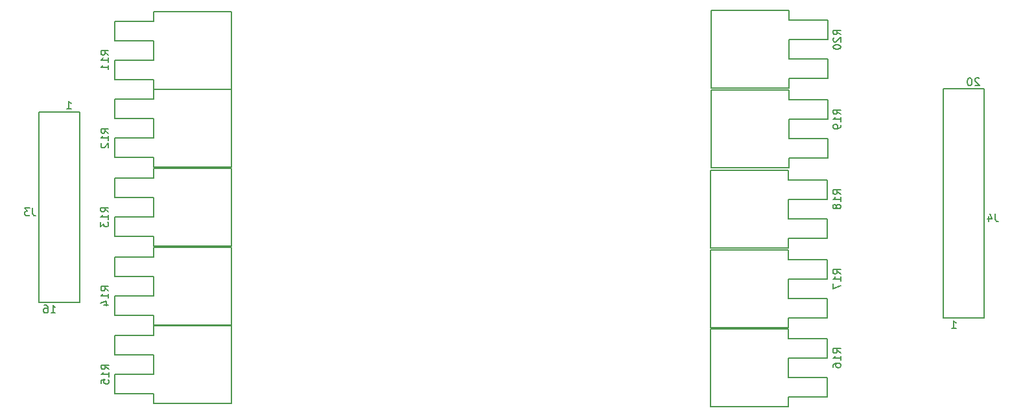
<source format=gbo>
G04 #@! TF.GenerationSoftware,KiCad,Pcbnew,5.0.2-bee76a0~70~ubuntu16.04.1*
G04 #@! TF.CreationDate,2019-04-22T00:31:27-04:00*
G04 #@! TF.ProjectId,BMS_peripheral,424d535f-7065-4726-9970-686572616c2e,rev?*
G04 #@! TF.SameCoordinates,Original*
G04 #@! TF.FileFunction,Legend,Bot*
G04 #@! TF.FilePolarity,Positive*
%FSLAX46Y46*%
G04 Gerber Fmt 4.6, Leading zero omitted, Abs format (unit mm)*
G04 Created by KiCad (PCBNEW 5.0.2-bee76a0~70~ubuntu16.04.1) date Mon 22 Apr 2019 12:31:27 AM EDT*
%MOMM*%
%LPD*%
G01*
G04 APERTURE LIST*
%ADD10C,0.150000*%
G04 APERTURE END LIST*
D10*
G04 #@! TO.C,J3*
X81678000Y-60852000D02*
X81678000Y-35922000D01*
X86978000Y-60852000D02*
X86978000Y-35922000D01*
X86978000Y-35922000D02*
X81678000Y-35922000D01*
X86978000Y-60852000D02*
X81678000Y-60852000D01*
G04 #@! TO.C,J4*
X199788000Y-32874000D02*
X205088000Y-32874000D01*
X199788000Y-62884000D02*
X205088000Y-62884000D01*
X199788000Y-32874000D02*
X199788000Y-62884000D01*
X205088000Y-32874000D02*
X205088000Y-62884000D01*
G04 #@! TO.C,R11*
X91592400Y-29108400D02*
X91592400Y-31648400D01*
X91592400Y-31648400D02*
X96672400Y-31648400D01*
X96672400Y-31648400D02*
X96672400Y-32918400D01*
X96672400Y-32918400D02*
X106832400Y-32918400D01*
X106832400Y-32918400D02*
X106832400Y-22758400D01*
X106832400Y-22758400D02*
X96672400Y-22758400D01*
X96672400Y-22758400D02*
X96672400Y-24028400D01*
X96672400Y-24028400D02*
X91592400Y-24028400D01*
X91592400Y-24028400D02*
X91592400Y-26568400D01*
X91592400Y-26568400D02*
X96672400Y-26568400D01*
X96672400Y-26568400D02*
X96672400Y-29108400D01*
X96672400Y-29108400D02*
X91592400Y-29108400D01*
G04 #@! TO.C,R12*
X96672400Y-39319200D02*
X91592400Y-39319200D01*
X96672400Y-36779200D02*
X96672400Y-39319200D01*
X91592400Y-36779200D02*
X96672400Y-36779200D01*
X91592400Y-34239200D02*
X91592400Y-36779200D01*
X96672400Y-34239200D02*
X91592400Y-34239200D01*
X96672400Y-32969200D02*
X96672400Y-34239200D01*
X106832400Y-32969200D02*
X96672400Y-32969200D01*
X106832400Y-43129200D02*
X106832400Y-32969200D01*
X96672400Y-43129200D02*
X106832400Y-43129200D01*
X96672400Y-41859200D02*
X96672400Y-43129200D01*
X91592400Y-41859200D02*
X96672400Y-41859200D01*
X91592400Y-39319200D02*
X91592400Y-41859200D01*
G04 #@! TO.C,R13*
X96647000Y-49631600D02*
X91567000Y-49631600D01*
X96647000Y-47091600D02*
X96647000Y-49631600D01*
X91567000Y-47091600D02*
X96647000Y-47091600D01*
X91567000Y-44551600D02*
X91567000Y-47091600D01*
X96647000Y-44551600D02*
X91567000Y-44551600D01*
X96647000Y-43281600D02*
X96647000Y-44551600D01*
X106807000Y-43281600D02*
X96647000Y-43281600D01*
X106807000Y-53441600D02*
X106807000Y-43281600D01*
X96647000Y-53441600D02*
X106807000Y-53441600D01*
X96647000Y-52171600D02*
X96647000Y-53441600D01*
X91567000Y-52171600D02*
X96647000Y-52171600D01*
X91567000Y-49631600D02*
X91567000Y-52171600D01*
G04 #@! TO.C,R14*
X91592400Y-59944000D02*
X91592400Y-62484000D01*
X91592400Y-62484000D02*
X96672400Y-62484000D01*
X96672400Y-62484000D02*
X96672400Y-63754000D01*
X96672400Y-63754000D02*
X106832400Y-63754000D01*
X106832400Y-63754000D02*
X106832400Y-53594000D01*
X106832400Y-53594000D02*
X96672400Y-53594000D01*
X96672400Y-53594000D02*
X96672400Y-54864000D01*
X96672400Y-54864000D02*
X91592400Y-54864000D01*
X91592400Y-54864000D02*
X91592400Y-57404000D01*
X91592400Y-57404000D02*
X96672400Y-57404000D01*
X96672400Y-57404000D02*
X96672400Y-59944000D01*
X96672400Y-59944000D02*
X91592400Y-59944000D01*
G04 #@! TO.C,R15*
X96697800Y-70205600D02*
X91617800Y-70205600D01*
X96697800Y-67665600D02*
X96697800Y-70205600D01*
X91617800Y-67665600D02*
X96697800Y-67665600D01*
X91617800Y-65125600D02*
X91617800Y-67665600D01*
X96697800Y-65125600D02*
X91617800Y-65125600D01*
X96697800Y-63855600D02*
X96697800Y-65125600D01*
X106857800Y-63855600D02*
X96697800Y-63855600D01*
X106857800Y-74015600D02*
X106857800Y-63855600D01*
X96697800Y-74015600D02*
X106857800Y-74015600D01*
X96697800Y-72745600D02*
X96697800Y-74015600D01*
X91617800Y-72745600D02*
X96697800Y-72745600D01*
X91617800Y-70205600D02*
X91617800Y-72745600D01*
G04 #@! TO.C,R16*
X179578000Y-68072000D02*
X184658000Y-68072000D01*
X179578000Y-70612000D02*
X179578000Y-68072000D01*
X184658000Y-70612000D02*
X179578000Y-70612000D01*
X184658000Y-73152000D02*
X184658000Y-70612000D01*
X179578000Y-73152000D02*
X184658000Y-73152000D01*
X179578000Y-74422000D02*
X179578000Y-73152000D01*
X169418000Y-74422000D02*
X179578000Y-74422000D01*
X169418000Y-64262000D02*
X169418000Y-74422000D01*
X179578000Y-64262000D02*
X169418000Y-64262000D01*
X179578000Y-65532000D02*
X179578000Y-64262000D01*
X184658000Y-65532000D02*
X179578000Y-65532000D01*
X184658000Y-68072000D02*
X184658000Y-65532000D01*
G04 #@! TO.C,R17*
X184658000Y-57721500D02*
X184658000Y-55181500D01*
X184658000Y-55181500D02*
X179578000Y-55181500D01*
X179578000Y-55181500D02*
X179578000Y-53911500D01*
X179578000Y-53911500D02*
X169418000Y-53911500D01*
X169418000Y-53911500D02*
X169418000Y-64071500D01*
X169418000Y-64071500D02*
X179578000Y-64071500D01*
X179578000Y-64071500D02*
X179578000Y-62801500D01*
X179578000Y-62801500D02*
X184658000Y-62801500D01*
X184658000Y-62801500D02*
X184658000Y-60261500D01*
X184658000Y-60261500D02*
X179578000Y-60261500D01*
X179578000Y-60261500D02*
X179578000Y-57721500D01*
X179578000Y-57721500D02*
X184658000Y-57721500D01*
G04 #@! TO.C,R18*
X184658000Y-47307500D02*
X184658000Y-44767500D01*
X184658000Y-44767500D02*
X179578000Y-44767500D01*
X179578000Y-44767500D02*
X179578000Y-43497500D01*
X179578000Y-43497500D02*
X169418000Y-43497500D01*
X169418000Y-43497500D02*
X169418000Y-53657500D01*
X169418000Y-53657500D02*
X179578000Y-53657500D01*
X179578000Y-53657500D02*
X179578000Y-52387500D01*
X179578000Y-52387500D02*
X184658000Y-52387500D01*
X184658000Y-52387500D02*
X184658000Y-49847500D01*
X184658000Y-49847500D02*
X179578000Y-49847500D01*
X179578000Y-49847500D02*
X179578000Y-47307500D01*
X179578000Y-47307500D02*
X184658000Y-47307500D01*
G04 #@! TO.C,R19*
X184683400Y-36855400D02*
X184683400Y-34315400D01*
X184683400Y-34315400D02*
X179603400Y-34315400D01*
X179603400Y-34315400D02*
X179603400Y-33045400D01*
X179603400Y-33045400D02*
X169443400Y-33045400D01*
X169443400Y-33045400D02*
X169443400Y-43205400D01*
X169443400Y-43205400D02*
X179603400Y-43205400D01*
X179603400Y-43205400D02*
X179603400Y-41935400D01*
X179603400Y-41935400D02*
X184683400Y-41935400D01*
X184683400Y-41935400D02*
X184683400Y-39395400D01*
X184683400Y-39395400D02*
X179603400Y-39395400D01*
X179603400Y-39395400D02*
X179603400Y-36855400D01*
X179603400Y-36855400D02*
X184683400Y-36855400D01*
G04 #@! TO.C,R20*
X184683400Y-26441400D02*
X184683400Y-23901400D01*
X184683400Y-23901400D02*
X179603400Y-23901400D01*
X179603400Y-23901400D02*
X179603400Y-22631400D01*
X179603400Y-22631400D02*
X169443400Y-22631400D01*
X169443400Y-22631400D02*
X169443400Y-32791400D01*
X169443400Y-32791400D02*
X179603400Y-32791400D01*
X179603400Y-32791400D02*
X179603400Y-31521400D01*
X179603400Y-31521400D02*
X184683400Y-31521400D01*
X184683400Y-31521400D02*
X184683400Y-28981400D01*
X184683400Y-28981400D02*
X179603400Y-28981400D01*
X179603400Y-28981400D02*
X179603400Y-26441400D01*
X179603400Y-26441400D02*
X184683400Y-26441400D01*
G04 #@! TO.C,J3*
X80851333Y-48474380D02*
X80851333Y-49188666D01*
X80898952Y-49331523D01*
X80994190Y-49426761D01*
X81137047Y-49474380D01*
X81232285Y-49474380D01*
X80470380Y-48474380D02*
X79851333Y-48474380D01*
X80184666Y-48855333D01*
X80041809Y-48855333D01*
X79946571Y-48902952D01*
X79898952Y-48950571D01*
X79851333Y-49045809D01*
X79851333Y-49283904D01*
X79898952Y-49379142D01*
X79946571Y-49426761D01*
X80041809Y-49474380D01*
X80327523Y-49474380D01*
X80422761Y-49426761D01*
X80470380Y-49379142D01*
X85312285Y-35504380D02*
X85883714Y-35504380D01*
X85598000Y-35504380D02*
X85598000Y-34504380D01*
X85693238Y-34647238D01*
X85788476Y-34742476D01*
X85883714Y-34790095D01*
X83248476Y-62174380D02*
X83819904Y-62174380D01*
X83534190Y-62174380D02*
X83534190Y-61174380D01*
X83629428Y-61317238D01*
X83724666Y-61412476D01*
X83819904Y-61460095D01*
X82391333Y-61174380D02*
X82581809Y-61174380D01*
X82677047Y-61222000D01*
X82724666Y-61269619D01*
X82819904Y-61412476D01*
X82867523Y-61602952D01*
X82867523Y-61983904D01*
X82819904Y-62079142D01*
X82772285Y-62126761D01*
X82677047Y-62174380D01*
X82486571Y-62174380D01*
X82391333Y-62126761D01*
X82343714Y-62079142D01*
X82296095Y-61983904D01*
X82296095Y-61745809D01*
X82343714Y-61650571D01*
X82391333Y-61602952D01*
X82486571Y-61555333D01*
X82677047Y-61555333D01*
X82772285Y-61602952D01*
X82819904Y-61650571D01*
X82867523Y-61745809D01*
G04 #@! TO.C,J4*
X206581333Y-49236380D02*
X206581333Y-49950666D01*
X206628952Y-50093523D01*
X206724190Y-50188761D01*
X206867047Y-50236380D01*
X206962285Y-50236380D01*
X205676571Y-49569714D02*
X205676571Y-50236380D01*
X205914666Y-49188761D02*
X206152761Y-49903047D01*
X205533714Y-49903047D01*
X204469904Y-31551619D02*
X204422285Y-31504000D01*
X204327047Y-31456380D01*
X204088952Y-31456380D01*
X203993714Y-31504000D01*
X203946095Y-31551619D01*
X203898476Y-31646857D01*
X203898476Y-31742095D01*
X203946095Y-31884952D01*
X204517523Y-32456380D01*
X203898476Y-32456380D01*
X203279428Y-31456380D02*
X203184190Y-31456380D01*
X203088952Y-31504000D01*
X203041333Y-31551619D01*
X202993714Y-31646857D01*
X202946095Y-31837333D01*
X202946095Y-32075428D01*
X202993714Y-32265904D01*
X203041333Y-32361142D01*
X203088952Y-32408761D01*
X203184190Y-32456380D01*
X203279428Y-32456380D01*
X203374666Y-32408761D01*
X203422285Y-32361142D01*
X203469904Y-32265904D01*
X203517523Y-32075428D01*
X203517523Y-31837333D01*
X203469904Y-31646857D01*
X203422285Y-31551619D01*
X203374666Y-31504000D01*
X203279428Y-31456380D01*
X200882285Y-64206380D02*
X201453714Y-64206380D01*
X201168000Y-64206380D02*
X201168000Y-63206380D01*
X201263238Y-63349238D01*
X201358476Y-63444476D01*
X201453714Y-63492095D01*
G04 #@! TO.C,R11*
X90774780Y-28465542D02*
X90298590Y-28132209D01*
X90774780Y-27894114D02*
X89774780Y-27894114D01*
X89774780Y-28275066D01*
X89822400Y-28370304D01*
X89870019Y-28417923D01*
X89965257Y-28465542D01*
X90108114Y-28465542D01*
X90203352Y-28417923D01*
X90250971Y-28370304D01*
X90298590Y-28275066D01*
X90298590Y-27894114D01*
X90774780Y-29417923D02*
X90774780Y-28846495D01*
X90774780Y-29132209D02*
X89774780Y-29132209D01*
X89917638Y-29036971D01*
X90012876Y-28941733D01*
X90060495Y-28846495D01*
X90774780Y-30370304D02*
X90774780Y-29798876D01*
X90774780Y-30084590D02*
X89774780Y-30084590D01*
X89917638Y-29989352D01*
X90012876Y-29894114D01*
X90060495Y-29798876D01*
G04 #@! TO.C,R12*
X90774780Y-38676342D02*
X90298590Y-38343009D01*
X90774780Y-38104914D02*
X89774780Y-38104914D01*
X89774780Y-38485866D01*
X89822400Y-38581104D01*
X89870019Y-38628723D01*
X89965257Y-38676342D01*
X90108114Y-38676342D01*
X90203352Y-38628723D01*
X90250971Y-38581104D01*
X90298590Y-38485866D01*
X90298590Y-38104914D01*
X90774780Y-39628723D02*
X90774780Y-39057295D01*
X90774780Y-39343009D02*
X89774780Y-39343009D01*
X89917638Y-39247771D01*
X90012876Y-39152533D01*
X90060495Y-39057295D01*
X89870019Y-40009676D02*
X89822400Y-40057295D01*
X89774780Y-40152533D01*
X89774780Y-40390628D01*
X89822400Y-40485866D01*
X89870019Y-40533485D01*
X89965257Y-40581104D01*
X90060495Y-40581104D01*
X90203352Y-40533485D01*
X90774780Y-39962057D01*
X90774780Y-40581104D01*
G04 #@! TO.C,R13*
X90749380Y-48988742D02*
X90273190Y-48655409D01*
X90749380Y-48417314D02*
X89749380Y-48417314D01*
X89749380Y-48798266D01*
X89797000Y-48893504D01*
X89844619Y-48941123D01*
X89939857Y-48988742D01*
X90082714Y-48988742D01*
X90177952Y-48941123D01*
X90225571Y-48893504D01*
X90273190Y-48798266D01*
X90273190Y-48417314D01*
X90749380Y-49941123D02*
X90749380Y-49369695D01*
X90749380Y-49655409D02*
X89749380Y-49655409D01*
X89892238Y-49560171D01*
X89987476Y-49464933D01*
X90035095Y-49369695D01*
X89749380Y-50274457D02*
X89749380Y-50893504D01*
X90130333Y-50560171D01*
X90130333Y-50703028D01*
X90177952Y-50798266D01*
X90225571Y-50845885D01*
X90320809Y-50893504D01*
X90558904Y-50893504D01*
X90654142Y-50845885D01*
X90701761Y-50798266D01*
X90749380Y-50703028D01*
X90749380Y-50417314D01*
X90701761Y-50322076D01*
X90654142Y-50274457D01*
G04 #@! TO.C,R14*
X90774780Y-59301142D02*
X90298590Y-58967809D01*
X90774780Y-58729714D02*
X89774780Y-58729714D01*
X89774780Y-59110666D01*
X89822400Y-59205904D01*
X89870019Y-59253523D01*
X89965257Y-59301142D01*
X90108114Y-59301142D01*
X90203352Y-59253523D01*
X90250971Y-59205904D01*
X90298590Y-59110666D01*
X90298590Y-58729714D01*
X90774780Y-60253523D02*
X90774780Y-59682095D01*
X90774780Y-59967809D02*
X89774780Y-59967809D01*
X89917638Y-59872571D01*
X90012876Y-59777333D01*
X90060495Y-59682095D01*
X90108114Y-61110666D02*
X90774780Y-61110666D01*
X89727161Y-60872571D02*
X90441447Y-60634476D01*
X90441447Y-61253523D01*
G04 #@! TO.C,R15*
X90800180Y-69562742D02*
X90323990Y-69229409D01*
X90800180Y-68991314D02*
X89800180Y-68991314D01*
X89800180Y-69372266D01*
X89847800Y-69467504D01*
X89895419Y-69515123D01*
X89990657Y-69562742D01*
X90133514Y-69562742D01*
X90228752Y-69515123D01*
X90276371Y-69467504D01*
X90323990Y-69372266D01*
X90323990Y-68991314D01*
X90800180Y-70515123D02*
X90800180Y-69943695D01*
X90800180Y-70229409D02*
X89800180Y-70229409D01*
X89943038Y-70134171D01*
X90038276Y-70038933D01*
X90085895Y-69943695D01*
X89800180Y-71419885D02*
X89800180Y-70943695D01*
X90276371Y-70896076D01*
X90228752Y-70943695D01*
X90181133Y-71038933D01*
X90181133Y-71277028D01*
X90228752Y-71372266D01*
X90276371Y-71419885D01*
X90371609Y-71467504D01*
X90609704Y-71467504D01*
X90704942Y-71419885D01*
X90752561Y-71372266D01*
X90800180Y-71277028D01*
X90800180Y-71038933D01*
X90752561Y-70943695D01*
X90704942Y-70896076D01*
G04 #@! TO.C,R16*
X186380380Y-67429142D02*
X185904190Y-67095809D01*
X186380380Y-66857714D02*
X185380380Y-66857714D01*
X185380380Y-67238666D01*
X185428000Y-67333904D01*
X185475619Y-67381523D01*
X185570857Y-67429142D01*
X185713714Y-67429142D01*
X185808952Y-67381523D01*
X185856571Y-67333904D01*
X185904190Y-67238666D01*
X185904190Y-66857714D01*
X186380380Y-68381523D02*
X186380380Y-67810095D01*
X186380380Y-68095809D02*
X185380380Y-68095809D01*
X185523238Y-68000571D01*
X185618476Y-67905333D01*
X185666095Y-67810095D01*
X185380380Y-69238666D02*
X185380380Y-69048190D01*
X185428000Y-68952952D01*
X185475619Y-68905333D01*
X185618476Y-68810095D01*
X185808952Y-68762476D01*
X186189904Y-68762476D01*
X186285142Y-68810095D01*
X186332761Y-68857714D01*
X186380380Y-68952952D01*
X186380380Y-69143428D01*
X186332761Y-69238666D01*
X186285142Y-69286285D01*
X186189904Y-69333904D01*
X185951809Y-69333904D01*
X185856571Y-69286285D01*
X185808952Y-69238666D01*
X185761333Y-69143428D01*
X185761333Y-68952952D01*
X185808952Y-68857714D01*
X185856571Y-68810095D01*
X185951809Y-68762476D01*
G04 #@! TO.C,R17*
X186380380Y-57078642D02*
X185904190Y-56745309D01*
X186380380Y-56507214D02*
X185380380Y-56507214D01*
X185380380Y-56888166D01*
X185428000Y-56983404D01*
X185475619Y-57031023D01*
X185570857Y-57078642D01*
X185713714Y-57078642D01*
X185808952Y-57031023D01*
X185856571Y-56983404D01*
X185904190Y-56888166D01*
X185904190Y-56507214D01*
X186380380Y-58031023D02*
X186380380Y-57459595D01*
X186380380Y-57745309D02*
X185380380Y-57745309D01*
X185523238Y-57650071D01*
X185618476Y-57554833D01*
X185666095Y-57459595D01*
X185380380Y-58364357D02*
X185380380Y-59031023D01*
X186380380Y-58602452D01*
G04 #@! TO.C,R18*
X186380380Y-46664642D02*
X185904190Y-46331309D01*
X186380380Y-46093214D02*
X185380380Y-46093214D01*
X185380380Y-46474166D01*
X185428000Y-46569404D01*
X185475619Y-46617023D01*
X185570857Y-46664642D01*
X185713714Y-46664642D01*
X185808952Y-46617023D01*
X185856571Y-46569404D01*
X185904190Y-46474166D01*
X185904190Y-46093214D01*
X186380380Y-47617023D02*
X186380380Y-47045595D01*
X186380380Y-47331309D02*
X185380380Y-47331309D01*
X185523238Y-47236071D01*
X185618476Y-47140833D01*
X185666095Y-47045595D01*
X185808952Y-48188452D02*
X185761333Y-48093214D01*
X185713714Y-48045595D01*
X185618476Y-47997976D01*
X185570857Y-47997976D01*
X185475619Y-48045595D01*
X185428000Y-48093214D01*
X185380380Y-48188452D01*
X185380380Y-48378928D01*
X185428000Y-48474166D01*
X185475619Y-48521785D01*
X185570857Y-48569404D01*
X185618476Y-48569404D01*
X185713714Y-48521785D01*
X185761333Y-48474166D01*
X185808952Y-48378928D01*
X185808952Y-48188452D01*
X185856571Y-48093214D01*
X185904190Y-48045595D01*
X185999428Y-47997976D01*
X186189904Y-47997976D01*
X186285142Y-48045595D01*
X186332761Y-48093214D01*
X186380380Y-48188452D01*
X186380380Y-48378928D01*
X186332761Y-48474166D01*
X186285142Y-48521785D01*
X186189904Y-48569404D01*
X185999428Y-48569404D01*
X185904190Y-48521785D01*
X185856571Y-48474166D01*
X185808952Y-48378928D01*
G04 #@! TO.C,R19*
X186405780Y-36212542D02*
X185929590Y-35879209D01*
X186405780Y-35641114D02*
X185405780Y-35641114D01*
X185405780Y-36022066D01*
X185453400Y-36117304D01*
X185501019Y-36164923D01*
X185596257Y-36212542D01*
X185739114Y-36212542D01*
X185834352Y-36164923D01*
X185881971Y-36117304D01*
X185929590Y-36022066D01*
X185929590Y-35641114D01*
X186405780Y-37164923D02*
X186405780Y-36593495D01*
X186405780Y-36879209D02*
X185405780Y-36879209D01*
X185548638Y-36783971D01*
X185643876Y-36688733D01*
X185691495Y-36593495D01*
X186405780Y-37641114D02*
X186405780Y-37831590D01*
X186358161Y-37926828D01*
X186310542Y-37974447D01*
X186167685Y-38069685D01*
X185977209Y-38117304D01*
X185596257Y-38117304D01*
X185501019Y-38069685D01*
X185453400Y-38022066D01*
X185405780Y-37926828D01*
X185405780Y-37736352D01*
X185453400Y-37641114D01*
X185501019Y-37593495D01*
X185596257Y-37545876D01*
X185834352Y-37545876D01*
X185929590Y-37593495D01*
X185977209Y-37641114D01*
X186024828Y-37736352D01*
X186024828Y-37926828D01*
X185977209Y-38022066D01*
X185929590Y-38069685D01*
X185834352Y-38117304D01*
G04 #@! TO.C,R20*
X186405780Y-25798542D02*
X185929590Y-25465209D01*
X186405780Y-25227114D02*
X185405780Y-25227114D01*
X185405780Y-25608066D01*
X185453400Y-25703304D01*
X185501019Y-25750923D01*
X185596257Y-25798542D01*
X185739114Y-25798542D01*
X185834352Y-25750923D01*
X185881971Y-25703304D01*
X185929590Y-25608066D01*
X185929590Y-25227114D01*
X185501019Y-26179495D02*
X185453400Y-26227114D01*
X185405780Y-26322352D01*
X185405780Y-26560447D01*
X185453400Y-26655685D01*
X185501019Y-26703304D01*
X185596257Y-26750923D01*
X185691495Y-26750923D01*
X185834352Y-26703304D01*
X186405780Y-26131876D01*
X186405780Y-26750923D01*
X185405780Y-27369971D02*
X185405780Y-27465209D01*
X185453400Y-27560447D01*
X185501019Y-27608066D01*
X185596257Y-27655685D01*
X185786733Y-27703304D01*
X186024828Y-27703304D01*
X186215304Y-27655685D01*
X186310542Y-27608066D01*
X186358161Y-27560447D01*
X186405780Y-27465209D01*
X186405780Y-27369971D01*
X186358161Y-27274733D01*
X186310542Y-27227114D01*
X186215304Y-27179495D01*
X186024828Y-27131876D01*
X185786733Y-27131876D01*
X185596257Y-27179495D01*
X185501019Y-27227114D01*
X185453400Y-27274733D01*
X185405780Y-27369971D01*
G04 #@! TD*
M02*

</source>
